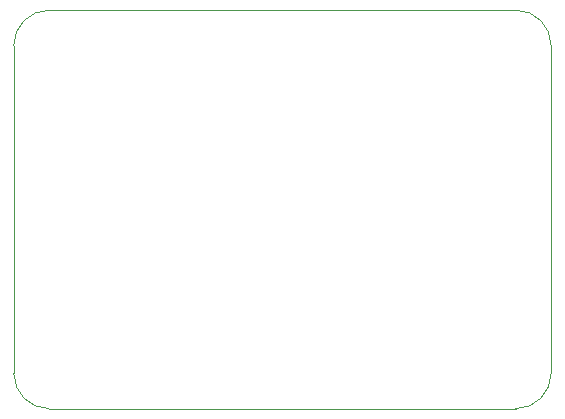
<source format=gbr>
%TF.GenerationSoftware,KiCad,Pcbnew,(5.1.6)-1*%
%TF.CreationDate,2022-03-08T04:09:40+09:00*%
%TF.ProjectId,STM32-project,53544d33-322d-4707-926f-6a6563742e6b,rev?*%
%TF.SameCoordinates,Original*%
%TF.FileFunction,Profile,NP*%
%FSLAX46Y46*%
G04 Gerber Fmt 4.6, Leading zero omitted, Abs format (unit mm)*
G04 Created by KiCad (PCBNEW (5.1.6)-1) date 2022-03-08 04:09:40*
%MOMM*%
%LPD*%
G01*
G04 APERTURE LIST*
%TA.AperFunction,Profile*%
%ADD10C,0.050000*%
%TD*%
G04 APERTURE END LIST*
D10*
X55000000Y-66500000D02*
X55000000Y-94250000D01*
X55000000Y-66500000D02*
G75*
G02*
X58000000Y-63500000I3000000J0D01*
G01*
X100500000Y-94250000D02*
G75*
G02*
X97500000Y-97250000I-3000000J0D01*
G01*
X58000000Y-97250000D02*
G75*
G02*
X55000000Y-94250000I0J3000000D01*
G01*
X97500000Y-63500000D02*
G75*
G02*
X100500000Y-66500000I0J-3000000D01*
G01*
X58000000Y-97250000D02*
X97500000Y-97250000D01*
X58000000Y-63500000D02*
X97500000Y-63500000D01*
X100500000Y-94250000D02*
X100500000Y-66500000D01*
M02*

</source>
